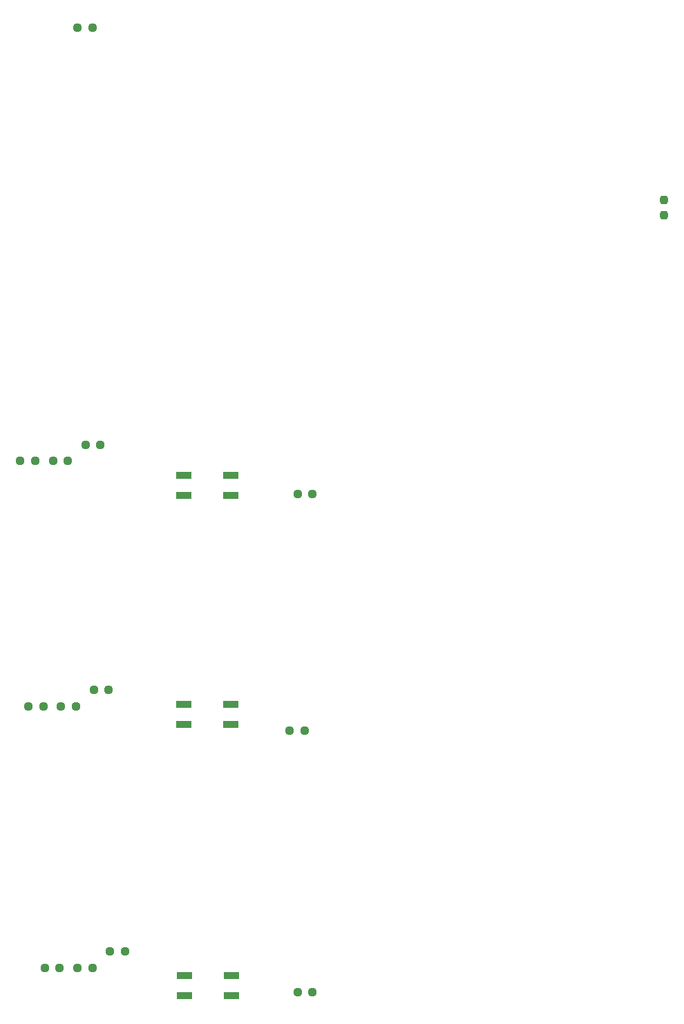
<source format=gtp>
%TF.GenerationSoftware,KiCad,Pcbnew,6.0.4-6f826c9f35~116~ubuntu18.04.1*%
%TF.CreationDate,2022-03-30T21:42:36+05:30*%
%TF.ProjectId,dg Monitor,6467204d-6f6e-4697-946f-722e6b696361,rev?*%
%TF.SameCoordinates,Original*%
%TF.FileFunction,Paste,Top*%
%TF.FilePolarity,Positive*%
%FSLAX46Y46*%
G04 Gerber Fmt 4.6, Leading zero omitted, Abs format (unit mm)*
G04 Created by KiCad (PCBNEW 6.0.4-6f826c9f35~116~ubuntu18.04.1) date 2022-03-30 21:42:36*
%MOMM*%
%LPD*%
G01*
G04 APERTURE LIST*
G04 Aperture macros list*
%AMRoundRect*
0 Rectangle with rounded corners*
0 $1 Rounding radius*
0 $2 $3 $4 $5 $6 $7 $8 $9 X,Y pos of 4 corners*
0 Add a 4 corners polygon primitive as box body*
4,1,4,$2,$3,$4,$5,$6,$7,$8,$9,$2,$3,0*
0 Add four circle primitives for the rounded corners*
1,1,$1+$1,$2,$3*
1,1,$1+$1,$4,$5*
1,1,$1+$1,$6,$7*
1,1,$1+$1,$8,$9*
0 Add four rect primitives between the rounded corners*
20,1,$1+$1,$2,$3,$4,$5,0*
20,1,$1+$1,$4,$5,$6,$7,0*
20,1,$1+$1,$6,$7,$8,$9,0*
20,1,$1+$1,$8,$9,$2,$3,0*%
G04 Aperture macros list end*
%ADD10RoundRect,0.237500X0.250000X0.237500X-0.250000X0.237500X-0.250000X-0.237500X0.250000X-0.237500X0*%
%ADD11RoundRect,0.237500X-0.250000X-0.237500X0.250000X-0.237500X0.250000X0.237500X-0.250000X0.237500X0*%
%ADD12RoundRect,0.237500X-0.237500X0.250000X-0.237500X-0.250000X0.237500X-0.250000X0.237500X0.250000X0*%
%ADD13RoundRect,0.091000X0.864000X0.364000X-0.864000X0.364000X-0.864000X-0.364000X0.864000X-0.364000X0*%
G04 APERTURE END LIST*
D10*
%TO.C,R9*%
X126912500Y-114000000D03*
X125087500Y-114000000D03*
%TD*%
D11*
%TO.C,R8*%
X123087500Y-148000000D03*
X124912500Y-148000000D03*
%TD*%
%TO.C,R3*%
X120087500Y-86000000D03*
X121912500Y-86000000D03*
%TD*%
%TO.C,R12*%
X116087500Y-86000000D03*
X117912500Y-86000000D03*
%TD*%
%TO.C,R11*%
X150087500Y-90000000D03*
X151912500Y-90000000D03*
%TD*%
D10*
%TO.C,R10*%
X128912500Y-146000000D03*
X127087500Y-146000000D03*
%TD*%
D11*
%TO.C,R13*%
X149087500Y-119000000D03*
X150912500Y-119000000D03*
%TD*%
D12*
%TO.C,R1*%
X195000000Y-54087500D03*
X195000000Y-55912500D03*
%TD*%
D13*
%TO.C,D3*%
X141900000Y-118225000D03*
X141900000Y-115775000D03*
X136100000Y-115775000D03*
X136100000Y-118225000D03*
%TD*%
D11*
%TO.C,R2*%
X123087500Y-33000000D03*
X124912500Y-33000000D03*
%TD*%
D13*
%TO.C,D2*%
X141900000Y-90225000D03*
X141900000Y-87775000D03*
X136100000Y-87775000D03*
X136100000Y-90225000D03*
%TD*%
D10*
%TO.C,R4*%
X125912500Y-84000000D03*
X124087500Y-84000000D03*
%TD*%
D11*
%TO.C,R14*%
X150087500Y-151000000D03*
X151912500Y-151000000D03*
%TD*%
%TO.C,R6*%
X119087500Y-148000000D03*
X120912500Y-148000000D03*
%TD*%
%TO.C,R7*%
X121087500Y-116000000D03*
X122912500Y-116000000D03*
%TD*%
D13*
%TO.C,D4*%
X142000000Y-151450000D03*
X142000000Y-149000000D03*
X136200000Y-149000000D03*
X136200000Y-151450000D03*
%TD*%
D11*
%TO.C,R5*%
X117087500Y-116000000D03*
X118912500Y-116000000D03*
%TD*%
M02*

</source>
